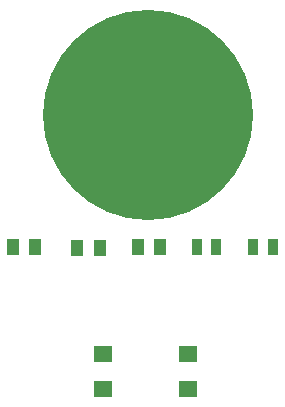
<source format=gbp>
G04*
G04 #@! TF.GenerationSoftware,Altium Limited,Altium Designer,18.1.11 (251)*
G04*
G04 Layer_Color=128*
%FSLAX25Y25*%
%MOIN*%
G70*
G01*
G75*
%ADD22R,0.03600X0.05700*%
%ADD45R,0.06299X0.05512*%
%ADD46R,0.03937X0.05709*%
%ADD47C,0.70079*%
D22*
X499000Y256000D02*
D03*
X492600Y256000D02*
D03*
X517900Y256000D02*
D03*
X511500Y256000D02*
D03*
D45*
X489673Y208594D02*
D03*
X461327D02*
D03*
X489673Y220406D02*
D03*
X461327D02*
D03*
D46*
X472956Y256000D02*
D03*
X480436Y256000D02*
D03*
X452760Y255629D02*
D03*
X460240D02*
D03*
X431260Y256000D02*
D03*
X438740D02*
D03*
D47*
X476500Y300000D02*
D03*
M02*

</source>
